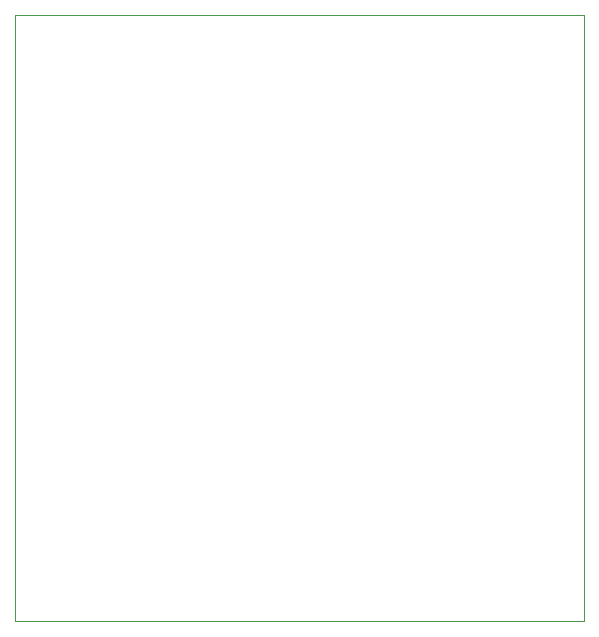
<source format=gbr>
%TF.GenerationSoftware,KiCad,Pcbnew,7.0.1*%
%TF.CreationDate,2023-05-06T15:11:30-03:00*%
%TF.ProjectId,Self_Balancing,53656c66-5f42-4616-9c61-6e63696e672e,rev?*%
%TF.SameCoordinates,Original*%
%TF.FileFunction,Profile,NP*%
%FSLAX46Y46*%
G04 Gerber Fmt 4.6, Leading zero omitted, Abs format (unit mm)*
G04 Created by KiCad (PCBNEW 7.0.1) date 2023-05-06 15:11:30*
%MOMM*%
%LPD*%
G01*
G04 APERTURE LIST*
%TA.AperFunction,Profile*%
%ADD10C,0.100000*%
%TD*%
G04 APERTURE END LIST*
D10*
X130200000Y-77100000D02*
X178400000Y-77100000D01*
X178400000Y-128400000D01*
X130200000Y-128400000D01*
X130200000Y-77100000D01*
M02*

</source>
